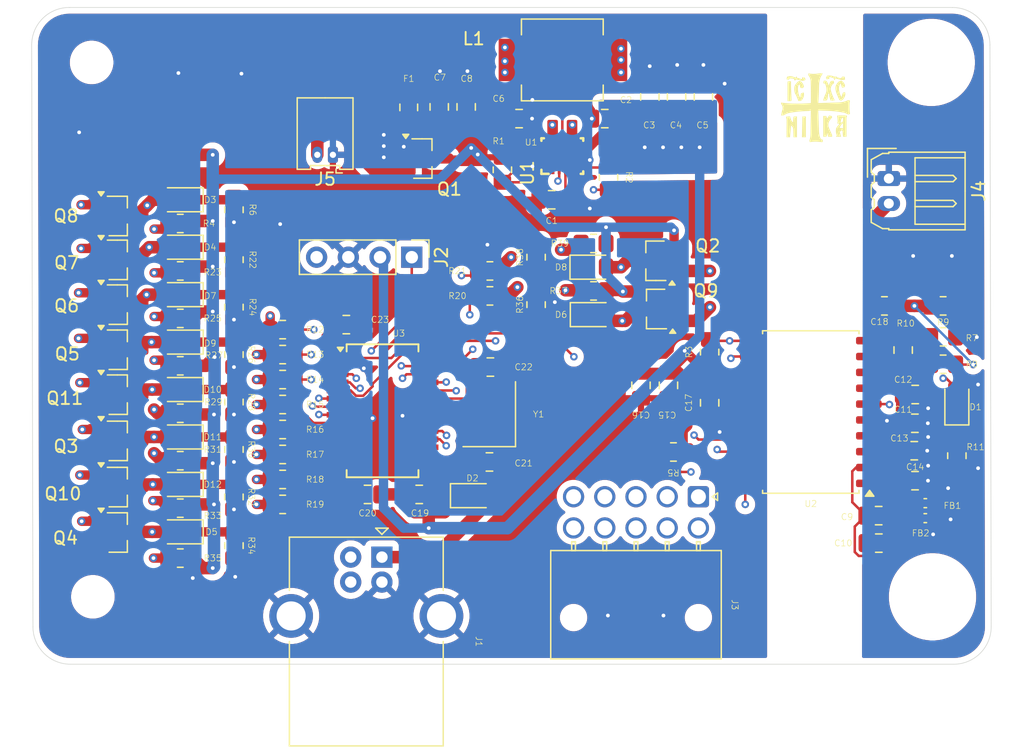
<source format=kicad_pcb>
(kicad_pcb
	(version 20241229)
	(generator "pcbnew")
	(generator_version "9.0")
	(general
		(thickness 1.6)
		(legacy_teardrops no)
	)
	(paper "A4")
	(layers
		(0 "F.Cu" signal)
		(4 "In1.Cu" signal)
		(6 "In2.Cu" signal)
		(2 "B.Cu" signal)
		(9 "F.Adhes" user "F.Adhesive")
		(11 "B.Adhes" user "B.Adhesive")
		(13 "F.Paste" user)
		(15 "B.Paste" user)
		(5 "F.SilkS" user "F.Silkscreen")
		(7 "B.SilkS" user "B.Silkscreen")
		(1 "F.Mask" user)
		(3 "B.Mask" user)
		(17 "Dwgs.User" user "User.Drawings")
		(19 "Cmts.User" user "User.Comments")
		(21 "Eco1.User" user "User.Eco1")
		(23 "Eco2.User" user "User.Eco2")
		(25 "Edge.Cuts" user)
		(27 "Margin" user)
		(31 "F.CrtYd" user "F.Courtyard")
		(29 "B.CrtYd" user "B.Courtyard")
		(35 "F.Fab" user)
		(33 "B.Fab" user)
		(39 "User.1" user)
		(41 "User.2" user)
		(43 "User.3" user)
		(45 "User.4" user)
	)
	(setup
		(stackup
			(layer "F.SilkS"
				(type "Top Silk Screen")
			)
			(layer "F.Paste"
				(type "Top Solder Paste")
			)
			(layer "F.Mask"
				(type "Top Solder Mask")
				(thickness 0.01)
			)
			(layer "F.Cu"
				(type "copper")
				(thickness 0.035)
			)
			(layer "dielectric 1"
				(type "prepreg")
				(thickness 0.1)
				(material "FR4")
				(epsilon_r 4.5)
				(loss_tangent 0.02)
			)
			(layer "In1.Cu"
				(type "copper")
				(thickness 0.035)
			)
			(layer "dielectric 2"
				(type "core")
				(thickness 1.24)
				(material "FR4")
				(epsilon_r 4.5)
				(loss_tangent 0.02)
			)
			(layer "In2.Cu"
				(type "copper")
				(thickness 0.035)
			)
			(layer "dielectric 3"
				(type "prepreg")
				(thickness 0.1)
				(material "FR4")
				(epsilon_r 4.5)
				(loss_tangent 0.02)
			)
			(layer "B.Cu"
				(type "copper")
				(thickness 0.035)
			)
			(layer "B.Mask"
				(type "Bottom Solder Mask")
				(thickness 0.01)
			)
			(layer "B.Paste"
				(type "Bottom Solder Paste")
			)
			(layer "B.SilkS"
				(type "Bottom Silk Screen")
			)
			(copper_finish "None")
			(dielectric_constraints no)
		)
		(pad_to_mask_clearance 0)
		(allow_soldermask_bridges_in_footprints no)
		(tenting front back)
		(pcbplotparams
			(layerselection 0x00000000_00000000_55555555_5755f5ff)
			(plot_on_all_layers_selection 0x00000000_00000000_00000000_00000000)
			(disableapertmacros no)
			(usegerberextensions no)
			(usegerberattributes yes)
			(usegerberadvancedattributes yes)
			(creategerberjobfile yes)
			(dashed_line_dash_ratio 12.000000)
			(dashed_line_gap_ratio 3.000000)
			(svgprecision 4)
			(plotframeref no)
			(mode 1)
			(useauxorigin no)
			(hpglpennumber 1)
			(hpglpenspeed 20)
			(hpglpendiameter 15.000000)
			(pdf_front_fp_property_popups yes)
			(pdf_back_fp_property_popups yes)
			(pdf_metadata yes)
			(pdf_single_document no)
			(dxfpolygonmode yes)
			(dxfimperialunits yes)
			(dxfusepcbnewfont yes)
			(psnegative no)
			(psa4output no)
			(plot_black_and_white yes)
			(sketchpadsonfab no)
			(plotpadnumbers no)
			(hidednponfab no)
			(sketchdnponfab yes)
			(crossoutdnponfab yes)
			(subtractmaskfromsilk no)
			(outputformat 1)
			(mirror no)
			(drillshape 1)
			(scaleselection 1)
			(outputdirectory "")
		)
	)
	(net 0 "")
	(net 1 "GND")
	(net 2 "Net-(U1-VAUX)")
	(net 3 "+5V")
	(net 4 "Net-(U2-DCDC_OUT)")
	(net 5 "Net-(U2-DCDC_HGND)")
	(net 6 "GNDPWR")
	(net 7 "Net-(U2-HLDO_OUT)")
	(net 8 "Net-(U2-HLDO_IN)")
	(net 9 "Net-(U2-DCDC_CAP)")
	(net 10 "Net-(U2-AIN0N)")
	(net 11 "Net-(U2-AIN0P)")
	(net 12 "Net-(U3-PA0)")
	(net 13 "XTALHF2")
	(net 14 "Net-(U3-PC0)")
	(net 15 "Net-(D1-A)")
	(net 16 "Net-(D1-K)")
	(net 17 "Net-(D2-A)")
	(net 18 "/uC/OUT1")
	(net 19 "/uC/OUT2")
	(net 20 "/uC/OUT8")
	(net 21 "/uC/OUT9")
	(net 22 "/uC/OUT3")
	(net 23 "/uC/OUT10")
	(net 24 "/uC/OUT4")
	(net 25 "/uC/OUT5")
	(net 26 "/uC/OUT6")
	(net 27 "/uC/OUT7")
	(net 28 "+12Vin")
	(net 29 "+12V")
	(net 30 "Net-(J1-D+)")
	(net 31 "Net-(J1-D-)")
	(net 32 "Net-(J2-Pin_4)")
	(net 33 "Net-(J2-Pin_1)")
	(net 34 "Net-(U1-L2)")
	(net 35 "Net-(U1-L1)")
	(net 36 "/uC/Gate8")
	(net 37 "/uC/Gate3")
	(net 38 "/uC/Gate10")
	(net 39 "/uC/Gate5")
	(net 40 "/uC/Gate6")
	(net 41 "/uC/Gate7")
	(net 42 "/uC/Gate1")
	(net 43 "/uC/Gate9")
	(net 44 "/uC/Gate2")
	(net 45 "/uC/Gate4")
	(net 46 "Net-(U1-EN)")
	(net 47 "Net-(U1-PG)")
	(net 48 "MISO")
	(net 49 "Net-(R10-Pad1)")
	(net 50 "VBUS")
	(net 51 "Net-(U3-PD0)")
	(net 52 "Net-(U3-PD1)")
	(net 53 "Net-(U3-PD2)")
	(net 54 "Net-(U3-PD3)")
	(net 55 "Net-(U3-PD4)")
	(net 56 "Net-(U3-PD5)")
	(net 57 "Net-(U3-PD6)")
	(net 58 "Net-(U3-VREFA{slash}PD7)")
	(net 59 "Net-(U3-PA2)")
	(net 60 "Net-(U3-PA3)")
	(net 61 "unconnected-(U2-NC-Pad8)")
	(net 62 "CLKOUT")
	(net 63 "MOSI")
	(net 64 "SCK")
	(net 65 "unconnected-(U2-NC-Pad7)")
	(net 66 "unconnected-(U3-XTAL32K1{slash}PF0-Pad16)")
	(net 67 "unconnected-(U3-AVDD-Pad14)")
	(net 68 "unconnected-(U3-XTAL32K2{slash}PF1-Pad17)")
	(net 69 "RESET")
	(net 70 "unconnected-(U2-DRDY-Pad16)")
	(net 71 "Net-(D3-K)")
	(net 72 "Net-(D4-K)")
	(net 73 "Net-(D5-K)")
	(net 74 "Net-(D6-K)")
	(net 75 "Net-(D7-K)")
	(net 76 "Net-(D8-K)")
	(net 77 "Net-(D9-K)")
	(net 78 "Net-(D10-K)")
	(net 79 "Net-(D11-K)")
	(net 80 "Net-(D12-K)")
	(net 81 "Net-(Q1-S)")
	(footprint "Resistor_SMD:R_0805_2012Metric_Pad1.20x1.40mm_HandSolder" (layer "F.Cu") (at 154.6 100.7 -90))
	(footprint "Capacitor_SMD:C_0805_2012Metric_Pad1.18x1.45mm_HandSolder" (layer "F.Cu") (at 209.0875 112.2))
	(footprint "Connector_Molex:Molex_Micro-Latch_53254-0270_1x02_P2.00mm_Horizontal" (layer "F.Cu") (at 207.05 90.4 -90))
	(footprint "Capacitor_SMD:C_0805_2012Metric_Pad1.18x1.45mm_HandSolder" (layer "F.Cu") (at 192.7 108.3625 90))
	(footprint "Diode_SMD:D_0805_2012Metric_Pad1.15x1.40mm_HandSolder" (layer "F.Cu") (at 173.8 115.8))
	(footprint "Resistor_SMD:R_0805_2012Metric_Pad1.20x1.40mm_HandSolder" (layer "F.Cu") (at 206.7 100.6 180))
	(footprint "Resistor_SMD:R_0805_2012Metric_Pad1.20x1.40mm_HandSolder" (layer "F.Cu") (at 192.7 104.3 90))
	(footprint "Resistor_SMD:R_0805_2012Metric_Pad1.20x1.40mm_HandSolder" (layer "F.Cu") (at 158.5 108.5))
	(footprint "LED_SMD:LED_0805_2012Metric_Pad1.15x1.40mm_HandSolder" (layer "F.Cu") (at 183.375 97.5))
	(footprint "LED_SMD:LED_0805_2012Metric_Pad1.15x1.40mm_HandSolder" (layer "F.Cu") (at 212.5 108.275 90))
	(footprint "Resistor_SMD:R_0805_2012Metric_Pad1.20x1.40mm_HandSolder" (layer "F.Cu") (at 178.8 100.5 90))
	(footprint "Connector_USB:USB_B_OST_USB-B1HSxx_Horizontal" (layer "F.Cu") (at 166.45 120.7225 -90))
	(footprint "Capacitor_SMD:C_0805_2012Metric_Pad1.18x1.45mm_HandSolder" (layer "F.Cu") (at 208.2 104.1375 -90))
	(footprint "Package_TO_SOT_SMD:SOT-23_Handsoldering_PMOS" (layer "F.Cu") (at 145.3 115.1125))
	(footprint "Capacitor_SMD:C_0805_2012Metric_Pad1.18x1.45mm_HandSolder" (layer "F.Cu") (at 177.4375 85.6))
	(footprint "Inductor_SMD:L_0402_1005Metric_Pad0.77x0.64mm_HandSolder" (layer "F.Cu") (at 209.9725 116.4 180))
	(footprint "Resistor_SMD:R_0805_2012Metric_Pad1.20x1.40mm_HandSolder" (layer "F.Cu") (at 154.6 104.5 -90))
	(footprint "Capacitor_SMD:C_0805_2012Metric_Pad1.18x1.45mm_HandSolder" (layer "F.Cu") (at 206.2375 117.4 180))
	(footprint "Package_TO_SOT_SMD:SOT-23_Handsoldering_PMOS" (layer "F.Cu") (at 145.3 118.75))
	(footprint "Capacitor_SMD:C_0805_2012Metric_Pad1.18x1.45mm_HandSolder" (layer "F.Cu") (at 165.3 115.7 180))
	(footprint "Fuse:Fuse_0805_2012Metric_Pad1.15x1.40mm_HandSolder" (layer "F.Cu") (at 168.6 84.7 -90))
	(footprint "Connector_Molex:Molex_Nano-Fit_105314-xx10_2x05_P2.50mm_Horizontal" (layer "F.Cu") (at 191.8 115.885 -90))
	(footprint "Resistor_SMD:R_0805_2012Metric_Pad1.20x1.40mm_HandSolder" (layer "F.Cu") (at 150.3 116.8 180))
	(footprint "Resistor_SMD:R_0805_2012Metric_Pad1.20x1.40mm_HandSolder" (layer "F.Cu") (at 211.4 100.6 180))
	(footprint "Inductor_SMD:L_Vishay_IHLP-2525" (layer "F.Cu") (at 180.9 80.9))
	(footprint "Package_TO_SOT_SMD:SOT-23_Handsoldering_PMOS" (layer "F.Cu") (at 188.35 96.9875 180))
	(footprint "Capacitor_SMD:C_0805_2012Metric_Pad1.18x1.45mm_HandSolder" (layer "F.Cu") (at 190.05 83.8625 90))
	(footprint "Package_TO_SOT_SMD:SOT-23_Handsoldering_PMOS" (layer "F.Cu") (at 145.3 104.1125))
	(footprint "LED_SMD:LED_0805_2012Metric_Pad1.15x1.40mm_HandSolder" (layer "F.Cu") (at 150.275 95.9 180))
	(footprint "Resistor_SMD:R_0805_2012Metric_Pad1.20x1.40mm_HandSolder" (layer "F.Cu") (at 158.5 104.5))
	(footprint "Resistor_SMD:R_0805_2012Metric_Pad1.20x1.40mm_HandSolder" (layer "F.Cu") (at 158.5 112.5))
	(footprint "Inductor_SMD:L_0402_1005Metric_Pad0.77x0.64mm_HandSolder" (layer "F.Cu") (at 209.9725 117.6 180))
	(footprint "Package_TO_SOT_SMD:SOT-23_Handsoldering_PMOS" (layer "F.Cu") (at 145.3 93.4))
	(footprint "Package_TO_SOT_SMD:SOT-23_Handsoldering_PMOS" (layer "F.Cu") (at 169.7 88.8))
	(footprint "Resistor_SMD:R_0805_2012Metric_Pad1.20x1.40mm_HandSolder" (layer "F.Cu") (at 150.3 97.8))
	(footprint "Capacitor_SMD:C_0805_2012Metric_Pad1.18x1.45mm_HandSolder" (layer "F.Cu") (at 175.1375 105.5))
	(footprint "Resistor_SMD:R_0805_2012Metric_Pad1.20x1.40mm_HandSolder" (layer "F.Cu") (at 183.4 99.4 180))
	(footprint "LED_SMD:LED_0805_2012Metric_Pad1.15x1.40mm_HandSolder" (layer "F.Cu") (at 150.275 114.9 180))
	(footprint "LED_SMD:LED_0805_2012Metric_Pad1.15x1.40mm_HandSolder" (layer "F.Cu") (at 150.275 111.1 180))
	(footprint "Package_SO:SOIC-20W_7.5x12.8mm_P1.27mm"
		(layer "F.Cu")
		(uuid "621700e6-2823-405e-80f0-82805db7a447")
		(at 200.8 109.1 180)
		(descr "SOIC, 20 Pin (JEDEC MS-013AC, https://www.analog.com/media/en/package-pcb-resources/package/233848rw_20.pdf), generated with kicad-footprint-generator ipc_gullwing_generator.py")
		(tags "SOIC SO")
		(property "Reference" "U2"
			(at 0 -7.35 0)
			(unlocked yes)
			(layer "F.SilkS")
			(uuid "f6f4b7c8-6eb4-468d-8a8c-0f9e3e5e4a7c")
			(effects
				(font
					(size 0.5 0.5)
					(thickness 0.05)
				)
			)
		)
		(property "Value" "AMC131M01"
			(at 0 7.35 0)
			(layer "F.Fab")
			(uuid "d89740e5-fb62-4696-8ef1-68c7a5fb90f9")
			(effects
				(font
					(size 1 1)
					(thickness 0.15)
				)
			)
		)
		(property "Datasheet" "https://www.ti.com/lit/ds/symlink/amc131m01.pdf?ts=1763554907629"
			(at 0 0 0)
			(layer "F.Fab")
			(hide yes)
			(uuid "eb3d7d53-db06-4144-a55f-dd394407db49")
			(effects
				(font
					(size 1.27 1.27)
					(thickness 0.15)
				)
			)
		)
		(property "Description" ""
			(at 0 0 0)
			(layer "F.Fab")
			(hide yes)
			(uuid "617640ea-521e-42b8-8068-88f3f2fb427b")
			(effects
				(font
					(size 1.27 1.27)
					(thickness 0.15)
				)
			)
		)
		(property ki_fp_filters "DFM0020A-IPC_A DFM0020A-IPC_B DFM0020A-IPC_C DFM0020A-MFG")
		(path "/e22da67a-22c2-48dd-a548-e19c56bdc663/6495b124-e70b-4ba0-8574-d9f3c9e04d6f")
		(sheetname "/Voltage_Sensor/")
		(sheetfile "Voltage_Sensor.kicad_sch")
		(attr smd)
		(fp_line
			(start 3.86 6.51)
			(end 3.86 6.275)
			(stroke
				(width 0.12)
				(type solid)
			)
			(layer "F.SilkS")
			(uuid "47dae22f-5d9b-4f0a-adc4-0c78d89693c8")
		)
		(fp_line
			(start 3.86 -6.51)
			(end 3.86 -6.275)
			(stroke
				(width 0.12)
				(type solid)
			)
			(layer "F.SilkS")
			(uuid "fe93ea4f-e293-4dff-8f0b-5530752d37bb")
		)
		(fp_line
			(start 0 6.51)
			(end 3.86 6.51)
			(stroke
				(width 0.12)
				(type solid)
			)
			(layer "F.SilkS")
			(uuid "f57e49ba-7715-4294-a16d-72aeaa45e32d")
		)
		(fp_line
			(start 0 6.51)
			(end -3.86 6.51)
			(stroke
				(width 0.12)
				(type solid)
			)
			(layer "F.SilkS")
			(uuid "b563f0e9-e1c2-48ef-9f9d-7fb900f77eee")
		)
		(fp_line
			(start 0 -6.51)
			(end 3.86 -6.51)
			(stroke
				(width 0.12)
				(type solid)
			)
			(layer "F.SilkS")
			(uuid "48e72b9a-b402-4548-a5cb-8da796c3d960")
		)
		(fp_line
			(start 0 -6.51)
			(end -3.86 -6.51)
			(stroke
				(width 0.12)
				(type solid)
			)
			(layer "F.SilkS")
			(uuid "034cd716-51cf-4f88-b99e-0c35053ae4a4")
		)
		(fp_line
			(start -3.86 6.51)
			(end -3.86 6.275)
			(stroke
				(width 0.12)
				(type solid)
			)
			(layer "F.SilkS")
			(uuid "00f7d522-b28d-497b-963c-29d43380417f")
		)
		(fp_line
			(start -3.86 -6.51)
			(end -3.86 -6.275)
			(stroke
				(width 0.12)
				(type solid)
			)
			(layer "F.SilkS")
			(uuid "e625ca4d-6de9-4244-a516-809b0dec2388")
		)
		(fp_poly
			(pts
				(xy -4.7125 -6.275) (xy -5.0525 -6.745) (xy -4.3725 -6.745)
			)
			(stroke
				(width 0.12)
				(type solid)
			)
			(fill yes)
			(layer "F.SilkS")
			(uuid "21732d01-8b2c-4062-b9f6-909ee31d8af9")
		)
		(fp_rect
			(start -5.93 -6.65)
			(end 5.93 6.65)
			(stroke
				(width 0.05)
				(type solid)
			)
			(fill no)
			(layer "F.CrtYd")
			(uuid "7f527f58-f399-4e7c-ba47-ce37248199d5")
		)
		(fp_line
			(start 3.75 6.4)
			(end -3.75 6.4)
			(stroke
				(width 0.1)
				(type solid)
			)
			(layer "F.Fab")
			(uuid "4d32111f-6e22-4752-9270-4ee60fb941d1")
		)
		(fp_line
			(start 3.75 -6.4)
			(end 3.75 6.4)
			(stroke
				(width 0.1)
				(type solid)
			)
			(layer "F.Fab")
			(uuid "47629bf4-70d9-48c1-894b-5edbab222e91")
		)
		(fp_line
			(start -2.75 -6.4)
			(end 3.75 -6.4)
			(stroke
				(width 0.1)
				(type solid)
			)
			(layer "F.Fab")
			(uuid "517feb56-1b98-4285-8ba8-534347a04eb6")
		)
		(fp_line
			(start -3.75 6.4)
			(end -3.75 -5.4)
			(stroke
				(width 0.1)
				(type solid)
			)
			(layer "F.Fab")
			(uuid "904e1265-5950-4978-b651-53dde9fef2cf")
		)
		(fp_line
			(start -3.75 -5.4)
			(end -2.75 -6.4)
			(stroke
				(width 0.1)
				(type solid)
			)
			(layer "F.Fab")
			(uuid "16675cf4-3c5e-4
... [1132956 chars truncated]
</source>
